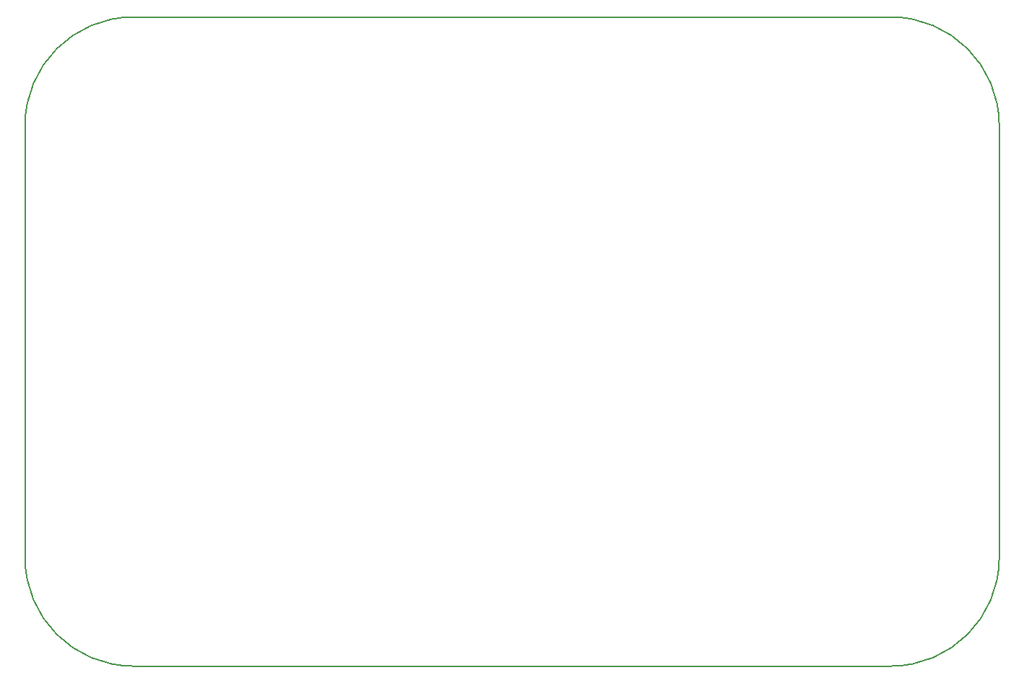
<source format=gbr>
G04 #@! TF.FileFunction,Profile,NP*
%FSLAX46Y46*%
G04 Gerber Fmt 4.6, Leading zero omitted, Abs format (unit mm)*
G04 Created by KiCad (PCBNEW 4.0.7) date 06/07/18 19:04:20*
%MOMM*%
%LPD*%
G01*
G04 APERTURE LIST*
%ADD10C,0.100000*%
%ADD11C,0.150000*%
G04 APERTURE END LIST*
D10*
D11*
X190500000Y-76200000D02*
G75*
G03X177800000Y-63500000I-12700000J0D01*
G01*
X88900000Y-63500000D02*
G75*
G03X76200000Y-76200000I0J-12700000D01*
G01*
X76200000Y-127000000D02*
G75*
G03X88900000Y-139700000I12700000J0D01*
G01*
X177800000Y-139700000D02*
G75*
G03X190500000Y-127000000I0J12700000D01*
G01*
X190500000Y-76200000D02*
X190500000Y-127000000D01*
X88900000Y-139700000D02*
X177800000Y-139700000D01*
X88900000Y-63500000D02*
X177800000Y-63500000D01*
X76200000Y-127000000D02*
X76200000Y-76200000D01*
M02*

</source>
